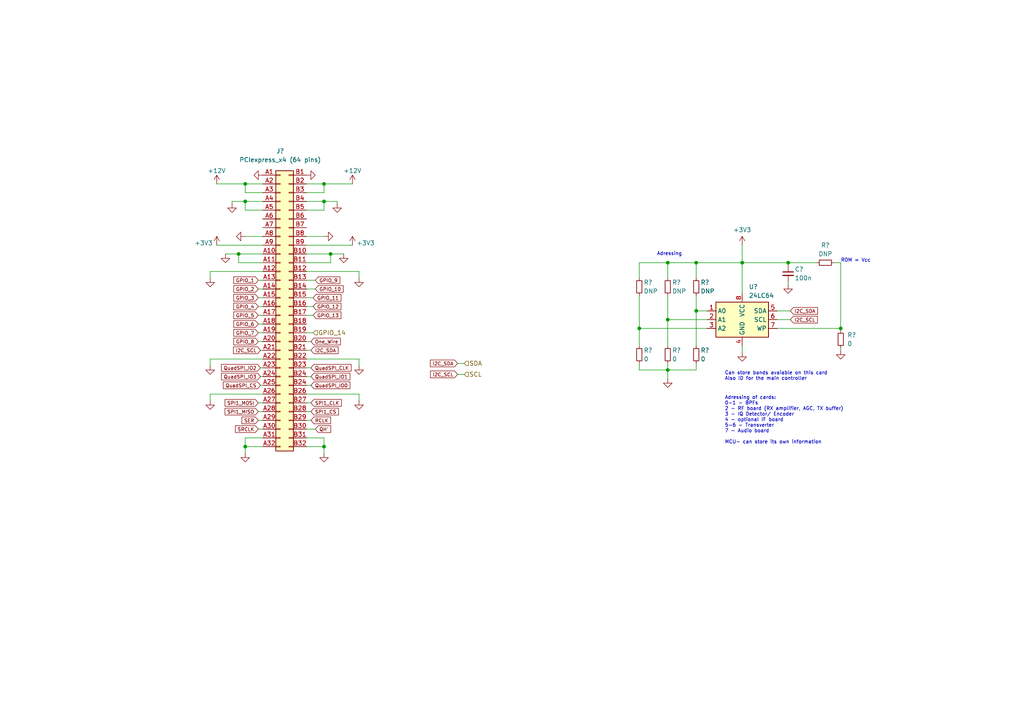
<source format=kicad_sch>
(kicad_sch (version 20231120) (generator "eeschema") (generator_version "8.0")
  (paper "A4")
  (lib_symbols
    (symbol "Connector_Generic:Conn_02x32_Counter_Clockwise" (pin_names (offset 1.016) hide)
      (property "Reference" "J103" (at 0 45.085 0))
      (property "Value" "PCIexpress_x4 (64 pins)" (at 0 42.545 0))
      (symbol "Conn_02x32_Counter_Clockwise_1_1"
        (rectangle (start -1.27 -40.513) (end 0 -40.767) (stroke (width 0.1524)))
        (rectangle (start -1.27 -37.973) (end 0 -38.227) (stroke (width 0.1524)))
        (rectangle (start -1.27 -35.433) (end 0 -35.687) (stroke (width 0.1524)))
        (rectangle (start -1.27 -32.893) (end 0 -33.147) (stroke (width 0.1524)))
        (rectangle (start -1.27 -30.353) (end 0 -30.607) (stroke (width 0.1524)))
        (rectangle (start -1.27 -27.813) (end 0 -28.067) (stroke (width 0.1524)))
        (rectangle (start -1.27 -25.273) (end 0 -25.527) (stroke (width 0.1524)))
        (rectangle (start -1.27 -22.733) (end 0 -22.987) (stroke (width 0.1524)))
        (rectangle (start -1.27 -20.193) (end 0 -20.447) (stroke (width 0.1524)))
        (rectangle (start -1.27 -17.653) (end 0 -17.907) (stroke (width 0.1524)))
        (rectangle (start -1.27 -15.113) (end 0 -15.367) (stroke (width 0.1524)))
        (rectangle (start -1.27 -12.573) (end 0 -12.827) (stroke (width 0.1524)))
        (rectangle (start -1.27 -10.033) (end 0 -10.287) (stroke (width 0.1524)))
        (rectangle (start -1.27 -7.493) (end 0 -7.747) (stroke (width 0.1524)))
        (rectangle (start -1.27 -4.953) (end 0 -5.207) (stroke (width 0.1524)))
        (rectangle (start -1.27 -2.413) (end 0 -2.667) (stroke (width 0.1524)))
        (rectangle (start -1.27 0.127) (end 0 -0.127) (stroke (width 0.1524)))
        (rectangle (start -1.27 2.667) (end 0 2.413) (stroke (width 0.1524)))
        (rectangle (start -1.27 5.207) (end 0 4.953) (stroke (width 0.1524)))
        (rectangle (start -1.27 7.747) (end 0 7.493) (stroke (width 0.1524)))
        (rectangle (start -1.27 10.287) (end 0 10.033) (stroke (width 0.1524)))
        (rectangle (start -1.27 12.827) (end 0 12.573) (stroke (width 0.1524)))
        (rectangle (start -1.27 15.367) (end 0 15.113) (stroke (width 0.1524)))
        (rectangle (start -1.27 17.907) (end 0 17.653) (stroke (width 0.1524)))
        (rectangle (start -1.27 20.447) (end 0 20.193) (stroke (width 0.1524)))
        (rectangle (start -1.27 22.987) (end 0 22.733) (stroke (width 0.1524)))
        (rectangle (start -1.27 25.527) (end 0 25.273) (stroke (width 0.1524)))
        (rectangle (start -1.27 28.067) (end 0 27.813) (stroke (width 0.1524)))
        (rectangle (start -1.27 30.607) (end 0 30.353) (stroke (width 0.1524)))
        (rectangle (start -1.27 33.147) (end 0 32.893) (stroke (width 0.1524)))
        (rectangle (start -1.27 35.687) (end 0 35.433) (stroke (width 0.1524)))
        (rectangle (start -1.27 38.227) (end 0 37.973) (stroke (width 0.1524)))
        (rectangle (start -1.27 39.37) (end 3.81 -41.91) (stroke (width 0.254)) (fill (type background)))
        (rectangle (start 3.81 -40.513) (end 2.54 -40.767) (stroke (width 0.1524)))
        (rectangle (start 3.81 -37.973) (end 2.54 -38.227) (stroke (width 0.1524)))
        (rectangle (start 3.81 -35.433) (end 2.54 -35.687) (stroke (width 0.1524)))
        (rectangle (start 3.81 -32.893) (end 2.54 -33.147) (stroke (width 0.1524)))
        (rectangle (start 3.81 -30.353) (end 2.54 -30.607) (stroke (width 0.1524)))
        (rectangle (start 3.81 -27.813) (end 2.54 -28.067) (stroke (width 0.1524)))
        (rectangle (start 3.81 -25.273) (end 2.54 -25.527) (stroke (width 0.1524)))
        (rectangle (start 3.81 -22.733) (end 2.54 -22.987) (stroke (width 0.1524)))
        (rectangle (start 3.81 -20.193) (end 2.54 -20.447) (stroke (width 0.1524)))
        (rectangle (start 3.81 -17.653) (end 2.54 -17.907) (stroke (width 0.1524)))
        (rectangle (start 3.81 -15.113) (end 2.54 -15.367) (stroke (width 0.1524)))
        (rectangle (start 3.81 -12.573) (end 2.54 -12.827) (stroke (width 0.1524)))
        (rectangle (start 3.81 -10.033) (end 2.54 -10.287) (stroke (width 0.1524)))
        (rectangle (start 3.81 -7.493) (end 2.54 -7.747) (stroke (width 0.1524)))
        (rectangle (start 3.81 -4.953) (end 2.54 -5.207) (stroke (width 0.1524)))
        (rectangle (start 3.81 -2.413) (end 2.54 -2.667) (stroke (width 0.1524)))
        (rectangle (start 3.81 0.127) (end 2.54 -0.127) (stroke (width 0.1524)))
        (rectangle (start 3.81 2.667) (end 2.54 2.413) (stroke (width 0.1524)))
        (rectangle (start 3.81 5.207) (end 2.54 4.953) (stroke (width 0.1524)))
        (rectangle (start 3.81 7.747) (end 2.54 7.493) (stroke (width 0.1524)))
        (rectangle (start 3.81 10.287) (end 2.54 10.033) (stroke (width 0.1524)))
        (rectangle (start 3.81 12.827) (end 2.54 12.573) (stroke (width 0.1524)))
        (rectangle (start 3.81 15.367) (end 2.54 15.113) (stroke (width 0.1524)))
        (rectangle (start 3.81 17.907) (end 2.54 17.653) (stroke (width 0.1524)))
        (rectangle (start 3.81 20.447) (end 2.54 20.193) (stroke (width 0.1524)))
        (rectangle (start 3.81 22.987) (end 2.54 22.733) (stroke (width 0.1524)))
        (rectangle (start 3.81 25.527) (end 2.54 25.273) (stroke (width 0.1524)))
        (rectangle (start 3.81 28.067) (end 2.54 27.813) (stroke (width 0.1524)))
        (rectangle (start 3.81 30.607) (end 2.54 30.353) (stroke (width 0.1524)))
        (rectangle (start 3.81 33.147) (end 2.54 32.893) (stroke (width 0.1524)))
        (rectangle (start 3.81 35.687) (end 2.54 35.433) (stroke (width 0.1524)))
        (rectangle (start 3.81 38.227) (end 2.54 37.973) (stroke (width 0.1524)))
        (pin passive line (at -5.08 38.1 0) (length 3.81) (name "Pin_1") (number "A1"))
        (pin passive line (at -5.08 15.24 0) (length 3.81) (name "Pin_10") (number "A10"))
        (pin passive line (at -5.08 12.7 0) (length 3.81) (name "Pin_11") (number "A11"))
        (pin passive line (at -5.08 10.16 0) (length 3.81) (name "Pin_12") (number "A12"))
        (pin passive line (at -5.08 7.62 0) (length 3.81) (name "Pin_13") (number "A13"))
        (pin passive line (at -5.08 5.08 0) (length 3.81) (name "Pin_14") (number "A14"))
        (pin passive line (at -5.08 2.54 0) (length 3.81) (name "Pin_15") (number "A15"))
        (pin passive line (at -5.08 0 0) (length 3.81) (name "Pin_16") (number "A16"))
        (pin passive line (at -5.08 -2.54 0) (length 3.81) (name "Pin_17") (number "A17"))
        (pin passive line (at -5.08 -5.08 0) (length 3.81) (name "Pin_18") (number "A18"))
        (pin passive line (at -5.08 -7.62 0) (length 3.81) (name "Pin_19") (number "A19"))
        (pin passive line (at -5.08 35.56 0) (length 3.81) (name "Pin_2") (number "A2"))
        (pin passive line (at -5.08 -10.16 0) (length 3.81) (name "Pin_20") (number "A20"))
        (pin passive line (at -5.08 -12.7 0) (length 3.81) (name "Pin_21") (number "A21"))
        (pin passive line (at -5.08 -15.24 0) (length 3.81) (name "Pin_22") (number "A22"))
        (pin passive line (at -5.08 -17.78 0) (length 3.81) (name "Pin_23") (number "A23"))
        (pin passive line (at -5.08 -20.32 0) (length 3.81) (name "Pin_24") (number "A24"))
        (pin passive line (at -5.08 -22.86 0) (length 3.81) (name "Pin_25") (number "A25"))
        (pin passive line (at -5.08 -25.4 0) (length 3.81) (name "Pin_26") (number "A26"))
        (pin passive line (at -5.08 -27.94 0) (length 3.81) (name "Pin_27") (number "A27"))
        (pin passive line (at -5.08 -30.48 0) (length 3.81) (name "Pin_28") (number "A28"))
        (pin passive line (at -5.08 -33.02 0) (length 3.81) (name "Pin_29") (number "A29"))
        (pin passive line (at -5.08 33.02 0) (length 3.81) (name "Pin_3") (number "A3"))
        (pin passive line (at -5.08 -35.56 0) (length 3.81) (name "Pin_30") (number "A30"))
        (pin passive line (at -5.08 -38.1 0) (length 3.81) (name "Pin_31") (number "A31"))
        (pin passive line (at -5.08 -40.64 0) (length 3.81) (name "Pin_32") (number "A32"))
        (pin passive line (at -5.08 30.48 0) (length 3.81) (name "Pin_4") (number "A4"))
        (pin passive line (at -5.08 27.94 0) (length 3.81) (name "Pin_5") (number "A5"))
        (pin passive line (at -5.08 25.4 0) (length 3.81) (name "Pin_6") (number "A6"))
        (pin passive line (at -5.08 22.86 0) (length 3.81) (name "Pin_7") (number "A7"))
        (pin passive line (at -5.08 20.32 0) (length 3.81) (name "Pin_8") (number "A8"))
        (pin passive line (at -5.08 17.78 0) (length 3.81) (name "Pin_9") (number "A9"))
        (pin passive line (at 7.62 38.1 180) (length 3.81) (name "Pin_64") (number "B1"))
        (pin passive line (at 7.62 15.24 180) (length 3.81) (name "Pin_55") (number "B10"))
        (pin passive line (at 7.62 12.7 180) (length 3.81) (name "Pin_54") (number "B11"))
        (pin passive line (at 7.62 10.16 180) (length 3.81) (name "Pin_53") (number "B12"))
        (pin passive line (at 7.62 7.62 180) (length 3.81) (name "Pin_52") (number "B13"))
        (pin passive line (at 7.62 5.08 180) (length 3.81) (name "Pin_51") (number "B14"))
        (pin passive line (at 7.62 2.54 180) (length 3.81) (name "Pin_50") (number "B15"))
        (pin passive line (at 7.62 0 180) (length 3.81) (name "Pin_49") (number "B16"))
        (pin passive line (at 7.62 -2.54 180) (length 3.81) (name "Pin_48") (number "B17"))
        (pin passive line (at 7.62 -5.08 180) (length 3.81) (name "Pin_47") (number "B18"))
        (pin passive line (at 7.62 -7.62 180) (length 3.81) (name "Pin_46") (number "B19"))
        (pin passive line (at 7.62 35.56 180) (length 3.81) (name "Pin_63") (number "B2"))
        (pin passive line (at 7.62 -10.16 180) (length 3.81) (name "Pin_45") (number "B20"))
        (pin passive line (at 7.62 -12.7 180) (length 3.81) (name "Pin_44") (number "B21"))
        (pin passive line (at 7.62 -15.24 180) (length 3.81) (name "Pin_43") (number "B22"))
        (pin passive line (at 7.62 -17.78 180) (length 3.81) (name "Pin_42") (number "B23"))
        (pin passive line (at 7.62 -22.86 180) (length 3.81) (name "Pin_40") (number "B24"))
        (pin passive line (at 7.62 -20.32 180) (length 3.81) (name "Pin_41") (number "B24"))
        (pin passive line (at 7.62 -25.4 180) (length 3.81) (name "Pin_39") (number "B26"))
        (pin passive line (at 7.62 -27.94 180) (length 3.81) (name "Pin_38") (number "B27"))
        (pin passive line (at 7.62 -30.48 180) (length 3.81) (name "Pin_37") (number "B28"))
        (pin passive line (at 7.62 -33.02 180) (length 3.81) (name "Pin_36") (number "B29"))
        (pin passive line (at 7.62 33.02 180) (length 3.81) (name "Pin_62") (number "B3"))
        (pin passive line (at 7.62 -35.56 180) (length 3.81) (name "Pin_35") (number "B30"))
        (pin passive line (at 7.62 -38.1 180) (length 3.81) (name "Pin_31") (number "B31"))
        (pin passive line (at 7.62 -40.64 180) (length 3.81) (name "Pin_33") (number "B32"))
        (pin passive line (at 7.62 30.48 180) (length 3.81) (name "Pin_61") (number "B4"))
        (pin passive line (at 7.62 27.94 180) (length 3.81) (name "Pin_60") (number "B5"))
        (pin passive line (at 7.62 25.4 180) (length 3.81) (name "Pin_59") (number "B6"))
        (pin passive line (at 7.62 22.86 180) (length 3.81) (name "Pin_58") (number "B7"))
        (pin passive line (at 7.62 20.32 180) (length 3.81) (name "Pin_57") (number "B8"))
        (pin passive line (at 7.62 17.78 180) (length 3.81) (name "Pin_56") (number "B9"))
      )
    )
    (symbol "Device:C_Small" (pin_numbers hide) (pin_names (offset 0.254) hide)
      (property "Reference" "C" (at 0.254 1.778 0))
      (property "Value" "C_Small" (at 0.254 -2.032 0))
      (symbol "C_Small_0_1"
        (polyline (pts (xy -1.524 -0.508) (xy 1.524 -0.508)) (stroke (width 0.3302)))
        (polyline (pts (xy -1.524 0.508) (xy 1.524 0.508)) (stroke (width 0.3048)))
      )
      (symbol "C_Small_1_1"
        (pin passive line (at 0 2.54 270) (length 2.032) (name "~") (number "1"))
        (pin passive line (at 0 -2.54 90) (length 2.032) (name "~") (number "2"))
      )
    )
    (symbol "Device:R_Small" (pin_numbers hide) (pin_names (offset 0.254) hide)
      (property "Reference" "R" (at 0.762 0.508 0))
      (property "Value" "R_Small" (at 0.762 -1.016 0))
      (symbol "R_Small_0_1"
        (rectangle (start -0.762 1.778) (end 0.762 -1.778) (stroke (width 0.2032)))
      )
      (symbol "R_Small_1_1"
        (pin passive line (at 0 2.54 270) (length 0.762) (name "~") (number "1"))
        (pin passive line (at 0 -2.54 90) (length 0.762) (name "~") (number "2"))
      )
    )
    (symbol "Memory_EEPROM:24LC64"
      (property "Reference" "U" (at -6.35 6.35 0))
      (property "Value" "24LC64" (at 1.27 6.35 0))
      (symbol "24LC64_1_1"
        (rectangle (start -7.62 5.08) (end 7.62 -5.08) (stroke (width 0.254)) (fill (type background)))
        (pin input line (at -10.16 2.54 0) (length 2.54) (name "A0") (number "1"))
        (pin input line (at -10.16 0 0) (length 2.54) (name "A1") (number "2"))
        (pin input line (at -10.16 -2.54 0) (length 2.54) (name "A2") (number "3"))
        (pin power_in line (at 0 -7.62 90) (length 2.54) (name "GND") (number "4"))
        (pin bidirectional line (at 10.16 2.54 180) (length 2.54) (name "SDA") (number "5"))
        (pin input line (at 10.16 0 180) (length 2.54) (name "SCL") (number "6"))
        (pin input line (at 10.16 -2.54 180) (length 2.54) (name "WP") (number "7"))
        (pin power_in line (at 0 7.62 270) (length 2.54) (name "VCC") (number "8"))
      )
    )
    (symbol "power:+12V" (power) (pin_names (offset 0))
      (property "Value" "+12V" (at 0 3.556 0))
      (symbol "+12V_0_1"
        (polyline (pts (xy -0.762 1.27) (xy 0 2.54)))
        (polyline (pts (xy 0 0) (xy 0 2.54)))
        (polyline (pts (xy 0 2.54) (xy 0.762 1.27)))
      )
      (symbol "+12V_1_1"
        (pin power_in line (at 0 0 90) (length 0) hide (name "+12V") (number "1"))
      )
    )
    (symbol "power:+3V3" (power) (pin_names (offset 0))
      (property "Value" "+3V3" (at 0 3.556 0))
      (symbol "+3V3_0_1"
        (polyline (pts (xy -0.762 1.27) (xy 0 2.54)))
        (polyline (pts (xy 0 0) (xy 0 2.54)))
        (polyline (pts (xy 0 2.54) (xy 0.762 1.27)))
      )
      (symbol "+3V3_1_1"
        (pin power_in line (at 0 0 90) (length 0) hide (name "+3V3") (number "1"))
      )
    )
    (symbol "power:GND" (power) (pin_names (offset 0))
      (property "Value" "GND" (at 0 -3.81 0))
      (symbol "GND_0_1"
        (polyline (pts (xy 0 0) (xy 0 -1.27) (xy 1.27 -1.27) (xy 0 -2.54) (xy -1.27 -1.27) (xy 0 -1.27)))
      )
      (symbol "GND_1_1"
        (pin power_in line (at 0 0 270) (length 0) hide (name "GND") (number "1"))
      )
    )
  )
  (junction (at 201.93 76.2))
  (junction (at 93.98 129.54))
  (junction (at 193.675 76.2))
  (junction (at 215.265 76.2))
  (junction (at 71.12 129.54))
  (junction (at 93.98 53.34))
  (junction (at 201.93 90.17))
  (junction (at 95.885 73.66))
  (junction (at 193.675 92.71))
  (junction (at 193.675 107.315))
  (junction (at 185.42 95.25))
  (junction (at 243.84 95.25))
  (junction (at 93.98 58.42))
  (junction (at 71.12 53.34))
  (junction (at 228.6 76.2))
  (junction (at 69.215 73.66))
  (junction (at 71.12 58.42))
  (wire (pts (xy 90.17 99.06) (xy 88.9 99.06)))
  (wire (pts (xy 71.12 129.54) (xy 71.12 127)))
  (wire (pts (xy 193.675 107.315) (xy 201.93 107.315)))
  (wire (pts (xy 88.9 71.12) (xy 102.235 71.12)))
  (wire (pts (xy 185.42 95.25) (xy 205.105 95.25)))
  (wire (pts (xy 88.9 111.76) (xy 90.17 111.76)))
  (wire (pts (xy 74.93 81.28) (xy 76.2 81.28)))
  (wire (pts (xy 71.12 53.34) (xy 62.865 53.34)))
  (wire (pts (xy 215.265 100.33) (xy 215.265 102.235)))
  (wire (pts (xy 74.93 93.98) (xy 76.2 93.98)))
  (wire (pts (xy 229.235 92.71) (xy 225.425 92.71)))
  (wire (pts (xy 93.98 58.42) (xy 88.9 58.42)))
  (wire (pts (xy 193.675 76.2) (xy 193.675 80.645)))
  (wire (pts (xy 97.79 59.055) (xy 97.79 58.42)))
  (wire (pts (xy 185.42 85.725) (xy 185.42 95.25)))
  (wire (pts (xy 74.93 96.52) (xy 76.2 96.52)))
  (wire (pts (xy 236.855 76.2) (xy 228.6 76.2)))
  (wire (pts (xy 75.565 109.22) (xy 76.2 109.22)))
  (wire (pts (xy 90.17 109.22) (xy 88.9 109.22)))
  (wire (pts (xy 71.12 53.34) (xy 71.12 55.88)))
  (wire (pts (xy 88.9 73.66) (xy 95.885 73.66)))
  (wire (pts (xy 104.14 78.74) (xy 104.14 80.645)))
  (wire (pts (xy 74.93 119.38) (xy 76.2 119.38)))
  (wire (pts (xy 243.84 100.965) (xy 243.84 101.6)))
  (wire (pts (xy 201.93 107.315) (xy 201.93 105.41)))
  (wire (pts (xy 93.98 68.58) (xy 88.9 68.58)))
  (wire (pts (xy 90.17 116.84) (xy 88.9 116.84)))
  (wire (pts (xy 76.2 129.54) (xy 71.12 129.54)))
  (wire (pts (xy 93.98 129.54) (xy 93.98 127)))
  (wire (pts (xy 60.96 78.74) (xy 60.96 80.645)))
  (wire (pts (xy 88.9 60.96) (xy 93.98 60.96)))
  (wire (pts (xy 90.805 86.36) (xy 88.9 86.36)))
  (wire (pts (xy 93.98 53.34) (xy 102.235 53.34)))
  (wire (pts (xy 74.93 121.92) (xy 76.2 121.92)))
  (wire (pts (xy 243.84 76.2) (xy 243.84 95.25)))
  (wire (pts (xy 71.12 58.42) (xy 76.2 58.42)))
  (wire (pts (xy 228.6 76.2) (xy 228.6 76.835)))
  (wire (pts (xy 215.265 76.2) (xy 228.6 76.2)))
  (wire (pts (xy 201.93 90.17) (xy 201.93 100.33)))
  (wire (pts (xy 90.17 101.6) (xy 88.9 101.6)))
  (wire (pts (xy 74.93 124.46) (xy 76.2 124.46)))
  (wire (pts (xy 132.715 105.41) (xy 134.62 105.41)))
  (wire (pts (xy 76.2 60.96) (xy 71.12 60.96)))
  (wire (pts (xy 71.12 53.34) (xy 76.2 53.34)))
  (wire (pts (xy 185.42 76.2) (xy 193.675 76.2)))
  (wire (pts (xy 75.565 106.68) (xy 76.2 106.68)))
  (wire (pts (xy 75.565 111.76) (xy 76.2 111.76)))
  (wire (pts (xy 71.12 58.42) (xy 71.12 60.96)))
  (wire (pts (xy 243.84 95.25) (xy 225.425 95.25)))
  (wire (pts (xy 71.12 129.54) (xy 71.12 131.445)))
  (wire (pts (xy 93.98 129.54) (xy 93.98 131.445)))
  (wire (pts (xy 93.98 58.42) (xy 93.98 60.96)))
  (wire (pts (xy 88.9 76.2) (xy 95.885 76.2)))
  (wire (pts (xy 65.405 73.66) (xy 69.215 73.66)))
  (wire (pts (xy 69.215 73.66) (xy 69.215 76.2)))
  (wire (pts (xy 201.93 76.2) (xy 215.265 76.2)))
  (wire (pts (xy 229.235 90.17) (xy 225.425 90.17)))
  (wire (pts (xy 193.675 85.725) (xy 193.675 92.71)))
  (wire (pts (xy 99.695 73.66) (xy 95.885 73.66)))
  (wire (pts (xy 76.2 71.12) (xy 62.865 71.12)))
  (wire (pts (xy 90.805 91.44) (xy 88.9 91.44)))
  (wire (pts (xy 205.105 90.17) (xy 201.93 90.17)))
  (wire (pts (xy 132.715 108.585) (xy 134.62 108.585)))
  (wire (pts (xy 76.2 73.66) (xy 69.215 73.66)))
  (wire (pts (xy 67.31 58.42) (xy 71.12 58.42)))
  (wire (pts (xy 90.17 106.68) (xy 88.9 106.68)))
  (wire (pts (xy 104.14 114.3) (xy 104.14 116.205)))
  (wire (pts (xy 60.96 104.14) (xy 60.96 106.045)))
  (wire (pts (xy 215.265 85.09) (xy 215.265 76.2)))
  (wire (pts (xy 193.675 92.71) (xy 205.105 92.71)))
  (wire (pts (xy 91.44 83.82) (xy 88.9 83.82)))
  (wire (pts (xy 193.675 107.315) (xy 193.675 109.855)))
  (wire (pts (xy 90.17 121.92) (xy 88.9 121.92)))
  (wire (pts (xy 71.12 68.58) (xy 76.2 68.58)))
  (wire (pts (xy 74.93 116.84) (xy 76.2 116.84)))
  (wire (pts (xy 71.12 55.88) (xy 76.2 55.88)))
  (wire (pts (xy 243.84 95.25) (xy 243.84 95.885)))
  (wire (pts (xy 75.565 101.6) (xy 76.2 101.6)))
  (wire (pts (xy 201.93 80.645) (xy 201.93 76.2)))
  (wire (pts (xy 60.96 114.3) (xy 60.96 116.205)))
  (wire (pts (xy 193.675 107.315) (xy 185.42 107.315)))
  (wire (pts (xy 67.31 59.055) (xy 67.31 58.42)))
  (wire (pts (xy 88.9 114.3) (xy 104.14 114.3)))
  (wire (pts (xy 91.44 124.46) (xy 88.9 124.46)))
  (wire (pts (xy 88.9 78.74) (xy 104.14 78.74)))
  (wire (pts (xy 71.12 127) (xy 76.2 127)))
  (wire (pts (xy 93.98 127) (xy 88.9 127)))
  (wire (pts (xy 90.805 96.52) (xy 88.9 96.52)))
  (wire (pts (xy 185.42 107.315) (xy 185.42 105.41)))
  (wire (pts (xy 74.93 86.36) (xy 76.2 86.36)))
  (wire (pts (xy 74.93 91.44) (xy 76.2 91.44)))
  (wire (pts (xy 193.675 92.71) (xy 193.675 100.33)))
  (wire (pts (xy 97.79 58.42) (xy 93.98 58.42)))
  (wire (pts (xy 95.885 73.66) (xy 95.885 76.2)))
  (wire (pts (xy 88.9 129.54) (xy 93.98 129.54)))
  (wire (pts (xy 90.805 88.9) (xy 88.9 88.9)))
  (wire (pts (xy 90.17 119.38) (xy 88.9 119.38)))
  (wire (pts (xy 228.6 81.915) (xy 228.6 82.55)))
  (wire (pts (xy 185.42 80.645) (xy 185.42 76.2)))
  (wire (pts (xy 76.2 104.14) (xy 60.96 104.14)))
  (wire (pts (xy 93.98 53.34) (xy 88.9 53.34)))
  (wire (pts (xy 241.935 76.2) (xy 243.84 76.2)))
  (wire (pts (xy 104.14 104.14) (xy 104.14 106.045)))
  (wire (pts (xy 88.9 104.14) (xy 104.14 104.14)))
  (wire (pts (xy 76.2 78.74) (xy 60.96 78.74)))
  (wire (pts (xy 193.675 105.41) (xy 193.675 107.315)))
  (wire (pts (xy 76.2 76.2) (xy 69.215 76.2)))
  (wire (pts (xy 93.98 55.88) (xy 93.98 53.34)))
  (wire (pts (xy 215.265 71.12) (xy 215.265 76.2)))
  (wire (pts (xy 193.675 76.2) (xy 201.93 76.2)))
  (wire (pts (xy 74.93 99.06) (xy 76.2 99.06)))
  (wire (pts (xy 74.93 83.82) (xy 76.2 83.82)))
  (wire (pts (xy 74.93 88.9) (xy 76.2 88.9)))
  (wire (pts (xy 185.42 95.25) (xy 185.42 100.33)))
  (wire (pts (xy 91.44 81.28) (xy 88.9 81.28)))
  (wire (pts (xy 76.2 114.3) (xy 60.96 114.3)))
  (wire (pts (xy 201.93 85.725) (xy 201.93 90.17)))
  (wire (pts (xy 93.98 55.88) (xy 88.9 55.88)))
  (text "Adressing" (at 190.5 74.295 0) (effects (font (size 1 1)) (justify left bottom)))
  (text "Can store bands avaiable on this card\nAlso ID for the main controller" (at 210.185 110.49 0) (effects (font (size 1 1)) (justify left bottom)))
  (text "Adressing of cards:\n0-1 - BPFs\n2 - RF board (RX amplifier, AGC, TX buffer)\n3 - IQ Detector/ Encoder\n4 - optional IF board\n5-6 - Transverter\n7 - Audio board\n\nMCU- can store its own information\n" (at 210.185 128.905 0) (effects (font (size 1 1)) (justify left bottom)))
  (text "ROM = Vcc\n" (at 243.84 76.2 0) (effects (font (size 1 1)) (justify left bottom)))
  (global_label "RCLK" (shape input) (at 90.17 121.92 0) (effects (font (size 1 1))) (property "Intersheetrefs" "${INTERSHEET_REFS}" (effects (hide yes))))
  (global_label "GPIO_3" (shape input) (at 74.93 86.36 180) (effects (font (size 1 1))) (property "Intersheetrefs" "${INTERSHEET_REFS}" (effects (hide yes))))
  (global_label "SRCLK" (shape input) (at 74.93 124.46 180) (effects (font (size 1 1))) (property "Intersheetrefs" "${INTERSHEET_REFS}" (effects (hide yes))))
  (global_label "GPIO_1" (shape input) (at 74.93 81.28 180) (effects (font (size 1 1))) (property "Intersheetrefs" "${INTERSHEET_REFS}" (effects (hide yes))))
  (global_label "I2C_SCL" (shape input) (at 75.565 101.6 180) (effects (font (size 1 1))) (property "Intersheetrefs" "${INTERSHEET_REFS}" (effects (hide yes))))
  (global_label "SPI1_MISO" (shape input) (at 74.93 119.38 180) (effects (font (size 1 1))) (property "Intersheetrefs" "${INTERSHEET_REFS}" (effects (hide yes))))
  (global_label "GPIO_11" (shape input) (at 90.805 86.36 0) (effects (font (size 1 1))) (property "Intersheetrefs" "${INTERSHEET_REFS}" (effects (hide yes))))
  (global_label "One_Wire" (shape input) (at 90.17 99.06 0) (effects (font (size 1 1))) (property "Intersheetrefs" "${INTERSHEET_REFS}" (effects (hide yes))))
  (global_label "GPIO_10" (shape input) (at 91.44 83.82 0) (effects (font (size 1 1))) (property "Intersheetrefs" "${INTERSHEET_REFS}" (effects (hide yes))))
  (global_label "QH'" (shape input) (at 91.44 124.46 0) (effects (font (size 1 1))) (property "Intersheetrefs" "${INTERSHEET_REFS}" (effects (hide yes))))
  (global_label "SPI1_CS" (shape input) (at 90.17 119.38 0) (effects (font (size 1 1))) (property "Intersheetrefs" "${INTERSHEET_REFS}" (effects (hide yes))))
  (global_label "I2C_SDA" (shape input) (at 132.715 105.41 180) (effects (font (size 1 1))) (property "Intersheetrefs" "${INTERSHEET_REFS}" (effects (hide yes))))
  (global_label "SPI1_CLK" (shape input) (at 90.17 116.84 0) (effects (font (size 1 1))) (property "Intersheetrefs" "${INTERSHEET_REFS}" (effects (hide yes))))
  (global_label "GPIO_7" (shape input) (at 74.93 96.52 180) (effects (font (size 1 1))) (property "Intersheetrefs" "${INTERSHEET_REFS}" (effects (hide yes))))
  (global_label "GPIO_12" (shape input) (at 90.805 88.9 0) (effects (font (size 1 1))) (property "Intersheetrefs" "${INTERSHEET_REFS}" (effects (hide yes))))
  (global_label "GPIO_13" (shape input) (at 90.805 91.44 0) (effects (font (size 1 1))) (property "Intersheetrefs" "${INTERSHEET_REFS}" (effects (hide yes))))
  (global_label "QuadSPI_CS" (shape input) (at 75.565 111.76 180) (effects (font (size 1 1))) (property "Intersheetrefs" "${INTERSHEET_REFS}" (effects (hide yes))))
  (global_label "QuadSPI_IO0" (shape input) (at 90.17 111.76 0) (effects (font (size 1 1))) (property "Intersheetrefs" "${INTERSHEET_REFS}" (effects (hide yes))))
  (global_label "QuadSPI_IO1" (shape input) (at 90.17 109.22 0) (effects (font (size 1 1))) (property "Intersheetrefs" "${INTERSHEET_REFS}" (effects (hide yes))))
  (global_label "SER" (shape input) (at 74.93 121.92 180) (effects (font (size 1 1))) (property "Intersheetrefs" "${INTERSHEET_REFS}" (effects (hide yes))))
  (global_label "I2C_SDA" (shape input) (at 229.235 90.17 0) (effects (font (size 1 1))) (property "Intersheetrefs" "${INTERSHEET_REFS}" (effects (hide yes))))
  (global_label "SPI1_MOSI" (shape input) (at 74.93 116.84 180) (effects (font (size 1 1))) (property "Intersheetrefs" "${INTERSHEET_REFS}" (effects (hide yes))))
  (global_label "GPIO_5" (shape input) (at 74.93 91.44 180) (effects (font (size 1 1))) (property "Intersheetrefs" "${INTERSHEET_REFS}" (effects (hide yes))))
  (global_label "I2C_SCL" (shape input) (at 229.235 92.71 0) (effects (font (size 1 1))) (property "Intersheetrefs" "${INTERSHEET_REFS}" (effects (hide yes))))
  (global_label "GPIO_4" (shape input) (at 74.93 88.9 180) (effects (font (size 1 1))) (property "Intersheetrefs" "${INTERSHEET_REFS}" (effects (hide yes))))
  (global_label "GPIO_8" (shape input) (at 74.93 99.06 180) (effects (font (size 1 1))) (property "Intersheetrefs" "${INTERSHEET_REFS}" (effects (hide yes))))
  (global_label "QuadSPI_CLK" (shape input) (at 90.17 106.68 0) (effects (font (size 1 1))) (property "Intersheetrefs" "${INTERSHEET_REFS}" (effects (hide yes))))
  (global_label "QuadSPI_IO3" (shape input) (at 75.565 109.22 180) (effects (font (size 1 1))) (property "Intersheetrefs" "${INTERSHEET_REFS}" (effects (hide yes))))
  (global_label "I2C_SCL" (shape input) (at 132.715 108.585 180) (effects (font (size 1 1))) (property "Intersheetrefs" "${INTERSHEET_REFS}" (effects (hide yes))))
  (global_label "GPIO_9" (shape input) (at 91.44 81.28 0) (effects (font (size 1 1))) (property "Intersheetrefs" "${INTERSHEET_REFS}" (effects (hide yes))))
  (global_label "I2C_SDA" (shape input) (at 90.17 101.6 0) (effects (font (size 1 1))) (property "Intersheetrefs" "${INTERSHEET_REFS}" (effects (hide yes))))
  (global_label "GPIO_2" (shape input) (at 74.93 83.82 180) (effects (font (size 1 1))) (property "Intersheetrefs" "${INTERSHEET_REFS}" (effects (hide yes))))
  (global_label "QuadSPI_IO2" (shape input) (at 75.565 106.68 180) (effects (font (size 1 1))) (property "Intersheetrefs" "${INTERSHEET_REFS}" (effects (hide yes))))
  (global_label "GPIO_6" (shape input) (at 74.93 93.98 180) (effects (font (size 1 1))) (property "Intersheetrefs" "${INTERSHEET_REFS}" (effects (hide yes))))
  (hierarchical_label "SCL" (shape input) (at 134.62 108.585 0))
  (hierarchical_label "SDA" (shape input) (at 134.62 105.41 0))
  (hierarchical_label "GPIO_14" (shape input) (at 90.805 96.52 0))
  (symbol (lib_id "power:GND") (at 65.405 73.66 0) (mirror y) (unit 1)
    (property "Reference" "#PWR?" (effects (hide yes)))
    (property "Value" "GND" (effects (hide yes)))
    (instances (project "Rhapsody_BPF" (path "" (reference "#PWR?") (unit 1))) (project "LPF_HF+6" (path "" (reference "#PWR?") (unit 1))) (project "Rhapsody_IQ" (path "" (reference "#PWR0512") (unit 1))))
  )
  (symbol (lib_id "power:GND") (at 67.31 59.055 0) (mirror y) (unit 1)
    (property "Reference" "#PWR?" (effects (hide yes)))
    (property "Value" "GND" (effects (hide yes)))
    (instances (project "Rhapsody_BPF" (path "" (reference "#PWR?") (unit 1))) (project "LPF_HF+6" (path "" (reference "#PWR?") (unit 1))) (project "Rhapsody_IQ" (path "" (reference "#PWR0505") (unit 1))))
  )
  (symbol (lib_id "power:GND") (at 60.96 80.645 0) (mirror y) (unit 1)
    (property "Reference" "#PWR?" (effects (hide yes)))
    (property "Value" "GND" (effects (hide yes)))
    (instances (project "Rhapsody_BPF" (path "" (reference "#PWR?") (unit 1))) (project "LPF_HF+6" (path "" (reference "#PWR?") (unit 1))) (project "Rhapsody_IQ" (path "" (reference "#PWR0514") (unit 1))))
  )
  (symbol (lib_id "power:GND") (at 104.14 116.205 0) (unit 1)
    (property "Reference" "#PWR?" (effects (hide yes)))
    (property "Value" "GND" (effects (hide yes)))
    (instances (project "Rhapsody_BPF" (path "" (reference "#PWR?") (unit 1))) (project "LPF_HF+6" (path "" (reference "#PWR?") (unit 1))) (project "Rhapsody_IQ" (path "" (reference "#PWR0523") (unit 1))))
  )
  (symbol (lib_id "power:+12V") (at 62.865 53.34 0) (unit 1)
    (property "Reference" "#PWR?" (effects (hide yes)))
    (property "Value" "+12V" (at 62.865 49.53 0))
    (instances (project "Rhapsody_BPF" (path "" (reference "#PWR?") (unit 1))) (project "LPF_HF+6" (path "" (reference "#PWR?") (unit 1))) (project "Rhapsody_IQ" (path "" (reference "#PWR0503") (unit 1))))
  )
  (symbol (lib_id "power:GND") (at 228.6 82.55 0) (mirror y) (unit 1)
    (property "Reference" "#PWR?" (effects (hide yes)))
    (property "Value" "GND" (effects (hide yes)))
    (instances (project "Rhapsody_BPF" (path "" (reference "#PWR?") (unit 1))) (project "LPF_HF+6" (path "" (reference "#PWR?") (unit 1))) (project "Rhapsody_IQ" (path "" (reference "#PWR0516") (unit 1))))
  )
  (symbol (lib_id "power:GND") (at 71.12 68.58 270) (mirror x) (unit 1)
    (property "Reference" "#PWR?" (effects (hide yes)))
    (property "Value" "GND" (effects (hide yes)))
    (instances (project "Rhapsody_BPF" (path "" (reference "#PWR?") (unit 1))) (project "LPF_HF+6" (path "" (reference "#PWR?") (unit 1))) (project "Rhapsody_IQ" (path "" (reference "#PWR0507") (unit 1))))
  )
  (symbol (lib_id "power:GND") (at 243.84 101.6 0) (mirror y) (unit 1)
    (property "Reference" "#PWR?" (effects (hide yes)))
    (property "Value" "GND" (effects (hide yes)))
    (instances (project "Rhapsody_BPF" (path "" (reference "#PWR?") (unit 1))) (project "LPF_HF+6" (path "" (reference "#PWR?") (unit 1))) (project "Rhapsody_IQ" (path "" (reference "#PWR0517") (unit 1))))
  )
  (symbol (lib_id "Device:R_Small") (at 193.675 83.185 0) (unit 1)
    (property "Reference" "R?" (at 194.945 81.915 0) (effects (justify left)))
    (property "Value" "DNP" (at 194.945 84.455 0) (effects (justify left)))
    (property "Footprint" "Resistor_SMD:R_0805_2012Metric_Pad1.20x1.40mm_HandSolder" (effects (hide yes)))
    (instances (project "Rhapsody_BPF" (path "" (reference "R?") (unit 1))) (project "Rhapsody_IQ" (path "" (reference "R503") (unit 1))))
  )
  (symbol (lib_id "power:+3V3") (at 215.265 71.12 0) (unit 1)
    (property "Reference" "#PWR?" (effects (hide yes)))
    (property "Value" "+3V3" (at 215.265 66.675 0))
    (instances (project "Rhapsody_BPF" (path "" (reference "#PWR?") (unit 1))) (project "Rhapsody_IQ" (path "" (reference "#PWR0511") (unit 1))))
  )
  (symbol (lib_id "Device:C_Small") (at 228.6 79.375 0) (unit 1)
    (property "Reference" "C?" (at 230.505 78.105 0) (effects (justify left)))
    (property "Value" "100n" (at 230.505 80.645 0) (effects (justify left)))
    (property "Footprint" "Capacitor_SMD:C_0603_1608Metric_Pad1.08x0.95mm_HandSolder" (effects (hide yes)))
    (instances (project "Rhapsody_BPF" (path "" (reference "C?") (unit 1))) (project "LPF_HF+6" (path "" (reference "C?") (unit 1))) (project "Rhapsody_IQ" (path "" (reference "C501") (unit 1))))
  )
  (symbol (lib_id "power:GND") (at 104.14 106.045 0) (unit 1)
    (property "Reference" "#PWR?" (effects (hide yes)))
    (property "Value" "GND" (effects (hide yes)))
    (instances (project "Rhapsody_BPF" (path "" (reference "#PWR?") (unit 1))) (project "LPF_HF+6" (path "" (reference "#PWR?") (unit 1))) (project "Rhapsody_IQ" (path "" (reference "#PWR0520") (unit 1))))
  )
  (symbol (lib_id "power:GND") (at 88.9 50.8 90) (unit 1)
    (property "Reference" "#PWR?" (effects (hide yes)))
    (property "Value" "GND" (effects (hide yes)))
    (instances (project "Rhapsody_BPF" (path "" (reference "#PWR?") (unit 1))) (project "LPF_HF+6" (path "" (reference "#PWR?") (unit 1))) (project "Rhapsody_IQ" (path "" (reference "#PWR0502") (unit 1))))
  )
  (symbol (lib_id "power:GND") (at 60.96 106.045 0) (mirror y) (unit 1)
    (property "Reference" "#PWR?" (effects (hide yes)))
    (property "Value" "GND" (effects (hide yes)))
    (instances (project "Rhapsody_BPF" (path "" (reference "#PWR?") (unit 1))) (project "LPF_HF+6" (path "" (reference "#PWR?") (unit 1))) (project "Rhapsody_IQ" (path "" (reference "#PWR0519") (unit 1))))
  )
  (symbol (lib_id "power:GND") (at 76.2 50.8 270) (unit 1)
    (property "Reference" "#PWR?" (effects (hide yes)))
    (property "Value" "GND" (effects (hide yes)))
    (instances (project "Rhapsody_BPF" (path "" (reference "#PWR?") (unit 1))) (project "LPF_HF+6" (path "" (reference "#PWR?") (unit 1))) (project "Rhapsody_IQ" (path "" (reference "#PWR0501") (unit 1))))
  )
  (symbol (lib_id "Device:R_Small") (at 193.675 102.87 0) (unit 1)
    (property "Reference" "R?" (at 194.945 101.6 0) (effects (justify left)))
    (property "Value" "0" (at 194.945 104.14 0) (effects (justify left)))
    (property "Footprint" "Resistor_SMD:R_0805_2012Metric_Pad1.20x1.40mm_HandSolder" (effects (hide yes)))
    (instances (project "Rhapsody_BPF" (path "" (reference "R?") (unit 1))) (project "Rhapsody_IQ" (path "" (reference "R507") (unit 1))))
  )
  (symbol (lib_id "power:GND") (at 93.98 68.58 90) (unit 1)
    (property "Reference" "#PWR?" (effects (hide yes)))
    (property "Value" "GND" (effects (hide yes)))
    (instances (project "Rhapsody_BPF" (path "" (reference "#PWR?") (unit 1))) (project "LPF_HF+6" (path "" (reference "#PWR?") (unit 1))) (project "Rhapsody_IQ" (path "" (reference "#PWR0508") (unit 1))))
  )
  (symbol (lib_id "Device:R_Small") (at 201.93 83.185 0) (unit 1)
    (property "Reference" "R?" (at 203.2 81.915 0) (effects (justify left)))
    (property "Value" "DNP" (at 203.2 84.455 0) (effects (justify left)))
    (property "Footprint" "Resistor_SMD:R_0805_2012Metric_Pad1.20x1.40mm_HandSolder" (effects (hide yes)))
    (instances (project "Rhapsody_BPF" (path "" (reference "R?") (unit 1))) (project "Rhapsody_IQ" (path "" (reference "R504") (unit 1))))
  )
  (symbol (lib_id "power:GND") (at 71.12 131.445 0) (mirror y) (unit 1)
    (property "Reference" "#PWR?" (effects (hide yes)))
    (property "Value" "GND" (effects (hide yes)))
    (instances (project "Rhapsody_BPF" (path "" (reference "#PWR?") (unit 1))) (project "LPF_HF+6" (path "" (reference "#PWR?") (unit 1))) (project "Rhapsody_IQ" (path "" (reference "#PWR0524") (unit 1))))
  )
  (symbol (lib_id "Connector_Generic:Conn_02x32_Counter_Clockwise") (at 81.28 88.9 0) (unit 1)
    (property "Reference" "J?" (at 81.28 43.815 0))
    (property "Value" "PCIexpress_x4 (64 pins)" (at 81.28 46.355 0))
    (property "Footprint" "Connector_PCBEdge:BUS_PCIexpress_x4" (effects (hide yes)))
    (instances (project "Rhapsody_BPF" (path "" (reference "J?") (unit 1))) (project "Rhapsody_IQ" (path "" (reference "J501") (unit 1))))
  )
  (symbol (lib_id "power:GND") (at 193.675 109.855 0) (mirror y) (unit 1)
    (property "Reference" "#PWR?" (effects (hide yes)))
    (property "Value" "GND" (effects (hide yes)))
    (instances (project "Rhapsody_BPF" (path "" (reference "#PWR?") (unit 1))) (project "LPF_HF+6" (path "" (reference "#PWR?") (unit 1))) (project "Rhapsody_IQ" (path "" (reference "#PWR0521") (unit 1))))
  )
  (symbol (lib_id "power:GND") (at 97.79 59.055 0) (unit 1)
    (property "Reference" "#PWR?" (effects (hide yes)))
    (property "Value" "GND" (effects (hide yes)))
    (instances (project "Rhapsody_BPF" (path "" (reference "#PWR?") (unit 1))) (project "LPF_HF+6" (path "" (reference "#PWR?") (unit 1))) (project "Rhapsody_IQ" (path "" (reference "#PWR0506") (unit 1))))
  )
  (symbol (lib_id "Device:R_Small") (at 243.84 98.425 0) (unit 1)
    (property "Reference" "R?" (at 245.745 97.155 0) (effects (justify left)))
    (property "Value" "0" (at 245.745 99.695 0) (effects (justify left)))
    (property "Footprint" "Resistor_SMD:R_0805_2012Metric_Pad1.20x1.40mm_HandSolder" (effects (hide yes)))
    (instances (project "Rhapsody_BPF" (path "" (reference "R?") (unit 1))) (project "Rhapsody_IQ" (path "" (reference "R505") (unit 1))))
  )
  (symbol (lib_id "power:GND") (at 93.98 131.445 0) (unit 1)
    (property "Reference" "#PWR?" (effects (hide yes)))
    (property "Value" "GND" (effects (hide yes)))
    (instances (project "Rhapsody_BPF" (path "" (reference "#PWR?") (unit 1))) (project "LPF_HF+6" (path "" (reference "#PWR?") (unit 1))) (project "Rhapsody_IQ" (path "" (reference "#PWR0525") (unit 1))))
  )
  (symbol (lib_id "power:+3V3") (at 102.235 71.12 0) (unit 1)
    (property "Reference" "#PWR?" (effects (hide yes)))
    (property "Value" "+3V3" (at 106.045 70.485 0))
    (instances (project "Rhapsody_BPF" (path "" (reference "#PWR?") (unit 1))) (project "Rhapsody_IQ" (path "" (reference "#PWR0510") (unit 1))))
  )
  (symbol (lib_id "Device:R_Small") (at 239.395 76.2 90) (unit 1)
    (property "Reference" "R?" (at 239.395 71.12 90))
    (property "Value" "DNP" (at 239.395 73.66 90))
    (property "Footprint" "Resistor_SMD:R_0805_2012Metric_Pad1.20x1.40mm_HandSolder" (effects (hide yes)))
    (instances (project "Rhapsody_BPF" (path "" (reference "R?") (unit 1))) (project "Rhapsody_IQ" (path "" (reference "R501") (unit 1))))
  )
  (symbol (lib_id "Memory_EEPROM:24LC64") (at 215.265 92.71 0) (unit 1)
    (property "Reference" "U?" (at 217.17 83.185 0) (effects (justify left)))
    (property "Value" "24LC64" (at 217.17 85.725 0) (effects (justify left)))
    (property "Footprint" "Package_SO:SOIC-8_3.9x4.9mm_P1.27mm" (effects (hide yes)))
    (property "Datasheet" "http://ww1.microchip.com/downloads/en/DeviceDoc/21189f.pdf" (effects (hide yes)))
    (instances (project "Rhapsody_BPF" (path "" (reference "U?") (unit 1))) (project "Rhapsody_IQ" (path "" (reference "U501") (unit 1))))
  )
  (symbol (lib_id "power:GND") (at 215.265 102.235 0) (mirror y) (unit 1)
    (property "Reference" "#PWR?" (effects (hide yes)))
    (property "Value" "GND" (effects (hide yes)))
    (instances (project "Rhapsody_BPF" (path "" (reference "#PWR?") (unit 1))) (project "LPF_HF+6" (path "" (reference "#PWR?") (unit 1))) (project "Rhapsody_IQ" (path "" (reference "#PWR0518") (unit 1))))
  )
  (symbol (lib_id "Device:R_Small") (at 185.42 83.185 0) (unit 1)
    (property "Reference" "R?" (at 186.69 81.915 0) (effects (justify left)))
    (property "Value" "DNP" (at 186.69 84.455 0) (effects (justify left)))
    (property "Footprint" "Resistor_SMD:R_0805_2012Metric_Pad1.20x1.40mm_HandSolder" (effects (hide yes)))
    (instances (project "Rhapsody_BPF" (path "" (reference "R?") (unit 1))) (project "Rhapsody_IQ" (path "" (reference "R502") (unit 1))))
  )
  (symbol (lib_id "Device:R_Small") (at 201.93 102.87 0) (unit 1)
    (property "Reference" "R?" (at 203.2 101.6 0) (effects (justify left)))
    (property "Value" "0" (at 203.2 104.14 0) (effects (justify left)))
    (property "Footprint" "Resistor_SMD:R_0805_2012Metric_Pad1.20x1.40mm_HandSolder" (effects (hide yes)))
    (instances (project "Rhapsody_BPF" (path "" (reference "R?") (unit 1))) (project "Rhapsody_IQ" (path "" (reference "R508") (unit 1))))
  )
  (symbol (lib_id "power:GND") (at 60.96 116.205 0) (mirror y) (unit 1)
    (property "Reference" "#PWR?" (effects (hide yes)))
    (property "Value" "GND" (effects (hide yes)))
    (instances (project "Rhapsody_BPF" (path "" (reference "#PWR?") (unit 1))) (project "LPF_HF+6" (path "" (reference "#PWR?") (unit 1))) (project "Rhapsody_IQ" (path "" (reference "#PWR0522") (unit 1))))
  )
  (symbol (lib_id "power:GND") (at 104.14 80.645 0) (unit 1)
    (property "Reference" "#PWR?" (effects (hide yes)))
    (property "Value" "GND" (effects (hide yes)))
    (instances (project "Rhapsody_BPF" (path "" (reference "#PWR?") (unit 1))) (project "LPF_HF+6" (path "" (reference "#PWR?") (unit 1))) (project "Rhapsody_IQ" (path "" (reference "#PWR0515") (unit 1))))
  )
  (symbol (lib_id "power:GND") (at 99.695 73.66 0) (unit 1)
    (property "Reference" "#PWR?" (effects (hide yes)))
    (property "Value" "GND" (effects (hide yes)))
    (instances (project "Rhapsody_BPF" (path "" (reference "#PWR?") (unit 1))) (project "LPF_HF+6" (path "" (reference "#PWR?") (unit 1))) (project "Rhapsody_IQ" (path "" (reference "#PWR0513") (unit 1))))
  )
  (symbol (lib_id "power:+3V3") (at 62.865 71.12 0) (mirror y) (unit 1)
    (property "Reference" "#PWR?" (effects (hide yes)))
    (property "Value" "+3V3" (at 59.055 70.485 0))
    (instances (project "Rhapsody_BPF" (path "" (reference "#PWR?") (unit 1))) (project "Rhapsody_IQ" (path "" (reference "#PWR0509") (unit 1))))
  )
  (symbol (lib_id "Device:R_Small") (at 185.42 102.87 0) (unit 1)
    (property "Reference" "R?" (at 186.69 101.6 0) (effects (justify left)))
    (property "Value" "0" (at 186.69 104.14 0) (effects (justify left)))
    (property "Footprint" "Resistor_SMD:R_0805_2012Metric_Pad1.20x1.40mm_HandSolder" (effects (hide yes)))
    (instances (project "Rhapsody_BPF" (path "" (reference "R?") (unit 1))) (project "Rhapsody_IQ" (path "" (reference "R506") (unit 1))))
  )
  (symbol (lib_id "power:+12V") (at 102.235 53.34 0) (unit 1)
    (property "Reference" "#PWR?" (effects (hide yes)))
    (property "Value" "+12V" (at 102.235 49.53 0))
    (instances (project "Rhapsody_BPF" (path "" (reference "#PWR?") (unit 1))) (project "LPF_HF+6" (path "" (reference "#PWR?") (unit 1))) (project "Rhapsody_IQ" (path "" (reference "#PWR0504") (unit 1))))
  )
)
</source>
